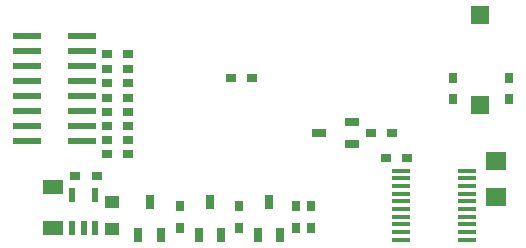
<source format=gtp>
%FSLAX34Y34*%
G04 Gerber Fmt 3.4, Leading zero omitted, Abs format*
G04 (created by PCBNEW (2014-02-28 BZR 4729)-product) date man 03 mar 2014 20:37:32 CET*
%MOIN*%
G01*
G70*
G90*
G04 APERTURE LIST*
%ADD10C,0.005906*%
%ADD11R,0.035433X0.031496*%
%ADD12R,0.050000X0.031496*%
%ADD13R,0.031496X0.050000*%
%ADD14R,0.035433X0.027559*%
%ADD15R,0.031496X0.035433*%
%ADD16R,0.062992X0.011811*%
%ADD17R,0.020000X0.050000*%
%ADD18R,0.051181X0.043307*%
%ADD19R,0.066929X0.051181*%
%ADD20R,0.093701X0.021969*%
%ADD21R,0.070866X0.059055*%
%ADD22R,0.062992X0.059055*%
G04 APERTURE END LIST*
G54D10*
G54D11*
X-5275Y3897D03*
X-5984Y3897D03*
X4370Y4488D03*
X5078Y4488D03*
G54D12*
X2127Y5314D03*
X3226Y5689D03*
X3226Y4939D03*
G54D13*
X472Y3029D03*
X847Y1931D03*
X97Y1931D03*
X-1496Y3029D03*
X-1121Y1931D03*
X-1871Y1931D03*
X-3503Y3029D03*
X-3128Y1931D03*
X-3878Y1931D03*
G54D11*
X-4212Y4606D03*
G54D14*
X-4921Y4606D03*
G54D11*
X-4212Y5078D03*
X-4921Y5078D03*
X-4212Y5551D03*
X-4921Y5551D03*
X-4212Y6023D03*
X-4921Y6023D03*
X-4212Y6496D03*
X-4921Y6496D03*
X-4212Y6968D03*
X-4921Y6968D03*
X-4212Y7440D03*
X-4921Y7440D03*
X-4212Y7952D03*
X-4921Y7952D03*
X4566Y5314D03*
X3858Y5314D03*
G54D15*
X1377Y2165D03*
X1377Y2874D03*
X-511Y2874D03*
X-511Y2165D03*
X-2480Y2874D03*
X-2480Y2165D03*
X8464Y7165D03*
X8464Y6456D03*
G54D16*
X4881Y4064D03*
X4881Y3809D03*
X4881Y3553D03*
X4881Y3297D03*
X4881Y3041D03*
X4881Y2785D03*
X4881Y2529D03*
X4881Y2273D03*
X4881Y2017D03*
X4881Y1761D03*
X7086Y1761D03*
X7086Y2017D03*
X7086Y2273D03*
X7086Y2529D03*
X7086Y2785D03*
X7086Y3041D03*
X7086Y3297D03*
X7086Y3553D03*
X7086Y3809D03*
X7086Y4064D03*
G54D17*
X-6083Y2167D03*
X-5333Y2167D03*
X-6083Y3265D03*
X-5708Y2167D03*
X-5333Y3265D03*
G54D18*
X-4763Y3011D03*
X-4763Y2106D03*
G54D19*
X-6732Y3533D03*
X-6732Y2135D03*
G54D11*
X-787Y7165D03*
X-78Y7165D03*
G54D15*
X1889Y2874D03*
X1889Y2165D03*
G54D20*
X-5777Y5061D03*
X-5777Y5561D03*
X-5777Y6061D03*
X-5777Y6561D03*
X-5777Y7061D03*
X-5777Y7561D03*
X-5777Y8061D03*
X-5777Y8561D03*
X-7608Y8561D03*
X-7608Y8061D03*
X-7608Y7561D03*
X-7608Y7061D03*
X-7608Y6561D03*
X-7608Y6061D03*
X-7608Y5561D03*
X-7608Y5061D03*
G54D21*
X8031Y4370D03*
X8031Y3188D03*
G54D15*
X6614Y6456D03*
X6614Y7165D03*
G54D22*
X7519Y9251D03*
X7519Y6259D03*
M02*

</source>
